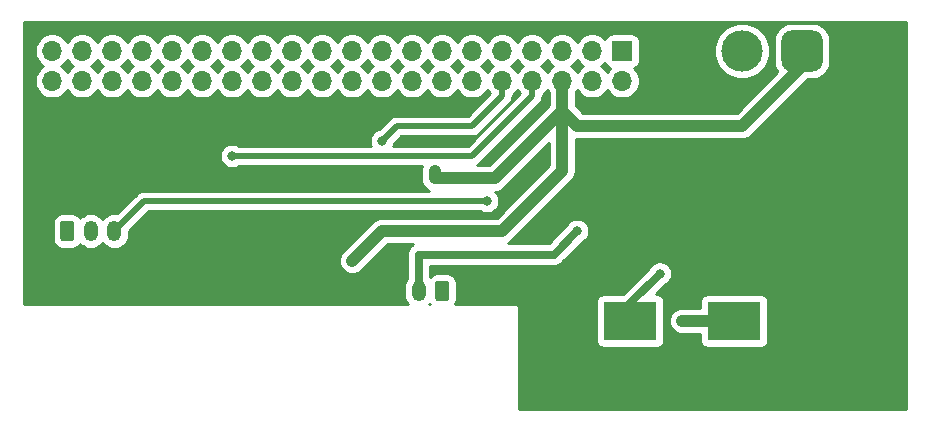
<source format=gbr>
%TF.GenerationSoftware,KiCad,Pcbnew,5.1.7*%
%TF.CreationDate,2020-11-04T07:04:29+03:00*%
%TF.ProjectId,rpi2_hls_lfcd2,72706932-5f68-46c7-935f-6c666364322e,rev?*%
%TF.SameCoordinates,Original*%
%TF.FileFunction,Copper,L2,Bot*%
%TF.FilePolarity,Positive*%
%FSLAX46Y46*%
G04 Gerber Fmt 4.6, Leading zero omitted, Abs format (unit mm)*
G04 Created by KiCad (PCBNEW 5.1.7) date 2020-11-04 07:04:29*
%MOMM*%
%LPD*%
G01*
G04 APERTURE LIST*
%TA.AperFunction,ComponentPad*%
%ADD10C,3.500000*%
%TD*%
%TA.AperFunction,ComponentPad*%
%ADD11O,1.200000X1.750000*%
%TD*%
%TA.AperFunction,SMDPad,CuDef*%
%ADD12R,4.500000X3.300000*%
%TD*%
%TA.AperFunction,ComponentPad*%
%ADD13O,1.700000X1.700000*%
%TD*%
%TA.AperFunction,ComponentPad*%
%ADD14R,1.700000X1.700000*%
%TD*%
%TA.AperFunction,ViaPad*%
%ADD15C,0.800000*%
%TD*%
%TA.AperFunction,Conductor*%
%ADD16C,1.000000*%
%TD*%
%TA.AperFunction,Conductor*%
%ADD17C,0.500000*%
%TD*%
%TA.AperFunction,Conductor*%
%ADD18C,0.700000*%
%TD*%
%TA.AperFunction,NonConductor*%
%ADD19C,0.254000*%
%TD*%
%TA.AperFunction,NonConductor*%
%ADD20C,0.100000*%
%TD*%
G04 APERTURE END LIST*
D10*
%TO.P,J4,2*%
%TO.N,+12V*%
X203200000Y-71120000D03*
%TO.P,J4,1*%
%TO.N,GND*%
%TA.AperFunction,ComponentPad*%
G36*
G01*
X210030000Y-70245000D02*
X210030000Y-71995000D01*
G75*
G02*
X209155000Y-72870000I-875000J0D01*
G01*
X207405000Y-72870000D01*
G75*
G02*
X206530000Y-71995000I0J875000D01*
G01*
X206530000Y-70245000D01*
G75*
G02*
X207405000Y-69370000I875000J0D01*
G01*
X209155000Y-69370000D01*
G75*
G02*
X210030000Y-70245000I0J-875000D01*
G01*
G37*
%TD.AperFunction*%
%TD*%
D11*
%TO.P,J3,2*%
%TO.N,+5VP*%
X175800000Y-91440000D03*
%TO.P,J3,1*%
%TO.N,Net-(D3-Pad2)*%
%TA.AperFunction,ComponentPad*%
G36*
G01*
X178400000Y-90814999D02*
X178400000Y-92065001D01*
G75*
G02*
X178150001Y-92315000I-249999J0D01*
G01*
X177449999Y-92315000D01*
G75*
G02*
X177200000Y-92065001I0J249999D01*
G01*
X177200000Y-90814999D01*
G75*
G02*
X177449999Y-90565000I249999J0D01*
G01*
X178150001Y-90565000D01*
G75*
G02*
X178400000Y-90814999I0J-249999D01*
G01*
G37*
%TD.AperFunction*%
%TD*%
%TO.P,J2,3*%
%TO.N,+5V*%
X150050000Y-86360000D03*
%TO.P,J2,2*%
%TO.N,GND*%
X148050000Y-86360000D03*
%TO.P,J2,1*%
%TO.N,Net-(J2-Pad1)*%
%TA.AperFunction,ComponentPad*%
G36*
G01*
X145450000Y-86985001D02*
X145450000Y-85734999D01*
G75*
G02*
X145699999Y-85485000I249999J0D01*
G01*
X146400001Y-85485000D01*
G75*
G02*
X146650000Y-85734999I0J-249999D01*
G01*
X146650000Y-86985001D01*
G75*
G02*
X146400001Y-87235000I-249999J0D01*
G01*
X145699999Y-87235000D01*
G75*
G02*
X145450000Y-86985001I0J249999D01*
G01*
G37*
%TD.AperFunction*%
%TD*%
D12*
%TO.P,D2,2*%
%TO.N,GND*%
X202520000Y-93980000D03*
%TO.P,D2,1*%
%TO.N,Net-(D2-Pad1)*%
X193720000Y-93980000D03*
%TD*%
D13*
%TO.P,J1,40*%
%TO.N,Net-(J1-Pad40)*%
X144780000Y-73660000D03*
%TO.P,J1,39*%
%TO.N,Net-(J1-Pad39)*%
X144780000Y-71120000D03*
%TO.P,J1,38*%
%TO.N,Net-(J1-Pad38)*%
X147320000Y-73660000D03*
%TO.P,J1,37*%
%TO.N,Net-(J1-Pad37)*%
X147320000Y-71120000D03*
%TO.P,J1,36*%
%TO.N,Net-(J1-Pad36)*%
X149860000Y-73660000D03*
%TO.P,J1,35*%
%TO.N,Net-(J1-Pad35)*%
X149860000Y-71120000D03*
%TO.P,J1,34*%
%TO.N,Net-(J1-Pad34)*%
X152400000Y-73660000D03*
%TO.P,J1,33*%
%TO.N,Net-(J1-Pad33)*%
X152400000Y-71120000D03*
%TO.P,J1,32*%
%TO.N,Net-(J1-Pad32)*%
X154940000Y-73660000D03*
%TO.P,J1,31*%
%TO.N,Net-(J1-Pad31)*%
X154940000Y-71120000D03*
%TO.P,J1,30*%
%TO.N,Net-(J1-Pad30)*%
X157480000Y-73660000D03*
%TO.P,J1,29*%
%TO.N,Net-(J1-Pad29)*%
X157480000Y-71120000D03*
%TO.P,J1,28*%
%TO.N,Net-(J1-Pad28)*%
X160020000Y-73660000D03*
%TO.P,J1,27*%
%TO.N,Net-(J1-Pad27)*%
X160020000Y-71120000D03*
%TO.P,J1,26*%
%TO.N,Net-(J1-Pad26)*%
X162560000Y-73660000D03*
%TO.P,J1,25*%
%TO.N,Net-(J1-Pad25)*%
X162560000Y-71120000D03*
%TO.P,J1,24*%
%TO.N,Net-(J1-Pad24)*%
X165100000Y-73660000D03*
%TO.P,J1,23*%
%TO.N,Net-(J1-Pad23)*%
X165100000Y-71120000D03*
%TO.P,J1,22*%
%TO.N,Net-(J1-Pad22)*%
X167640000Y-73660000D03*
%TO.P,J1,21*%
%TO.N,Net-(J1-Pad21)*%
X167640000Y-71120000D03*
%TO.P,J1,20*%
%TO.N,GND*%
X170180000Y-73660000D03*
%TO.P,J1,19*%
%TO.N,Net-(J1-Pad19)*%
X170180000Y-71120000D03*
%TO.P,J1,18*%
%TO.N,Net-(J1-Pad18)*%
X172720000Y-73660000D03*
%TO.P,J1,17*%
%TO.N,Net-(J1-Pad17)*%
X172720000Y-71120000D03*
%TO.P,J1,16*%
%TO.N,Net-(J1-Pad16)*%
X175260000Y-73660000D03*
%TO.P,J1,15*%
%TO.N,Net-(J1-Pad15)*%
X175260000Y-71120000D03*
%TO.P,J1,14*%
%TO.N,GND*%
X177800000Y-73660000D03*
%TO.P,J1,13*%
%TO.N,Net-(J1-Pad13)*%
X177800000Y-71120000D03*
%TO.P,J1,12*%
%TO.N,lidar_pwm*%
X180340000Y-73660000D03*
%TO.P,J1,11*%
%TO.N,ir_sig*%
X180340000Y-71120000D03*
%TO.P,J1,10*%
%TO.N,lidar_tx*%
X182880000Y-73660000D03*
%TO.P,J1,9*%
%TO.N,Net-(J1-Pad9)*%
X182880000Y-71120000D03*
%TO.P,J1,8*%
%TO.N,lidar_rx*%
X185420000Y-73660000D03*
%TO.P,J1,7*%
%TO.N,Net-(J1-Pad7)*%
X185420000Y-71120000D03*
%TO.P,J1,6*%
%TO.N,GND*%
X187960000Y-73660000D03*
%TO.P,J1,5*%
%TO.N,Net-(J1-Pad5)*%
X187960000Y-71120000D03*
%TO.P,J1,4*%
%TO.N,+5V*%
X190500000Y-73660000D03*
%TO.P,J1,3*%
%TO.N,Net-(J1-Pad3)*%
X190500000Y-71120000D03*
%TO.P,J1,2*%
%TO.N,+5V*%
X193040000Y-73660000D03*
D14*
%TO.P,J1,1*%
%TO.N,Net-(J1-Pad1)*%
X193040000Y-71120000D03*
%TD*%
D15*
%TO.N,GND*%
X177165000Y-81280000D03*
X198120000Y-93980000D03*
X170180000Y-88900000D03*
%TO.N,+5VP*%
X189230000Y-86360000D03*
%TO.N,lidar_tx*%
X172720000Y-78740000D03*
%TO.N,lidar_rx*%
X160020000Y-80010000D03*
%TO.N,Net-(D2-Pad1)*%
X196240000Y-89970000D03*
%TO.N,+5V*%
X181610000Y-83820000D03*
%TD*%
D16*
%TO.N,GND*%
X187960000Y-76200000D02*
X187960000Y-73660000D01*
X187960000Y-76200000D02*
X189230000Y-77470000D01*
X189230000Y-77470000D02*
X203200000Y-77470000D01*
X208280000Y-72390000D02*
X203200000Y-77470000D01*
D17*
X208280000Y-71120000D02*
X208280000Y-72390000D01*
D16*
X177165000Y-81280000D02*
X177165000Y-81915000D01*
X177165000Y-81915000D02*
X182245000Y-81915000D01*
X182245000Y-81915000D02*
X187960000Y-76200000D01*
X202520000Y-93980000D02*
X198120000Y-93980000D01*
X170180000Y-88900000D02*
X172720000Y-86360000D01*
X172720000Y-86360000D02*
X182880000Y-86360000D01*
X187960000Y-81280000D02*
X187960000Y-76200000D01*
X182880000Y-86360000D02*
X187960000Y-81280000D01*
D18*
%TO.N,+5VP*%
X175800000Y-91440000D02*
X175800000Y-88360000D01*
X187230000Y-88360000D02*
X189230000Y-86360000D01*
X175800000Y-88360000D02*
X187230000Y-88360000D01*
D17*
%TO.N,lidar_tx*%
X180340000Y-77470000D02*
X173990000Y-77470000D01*
X182880000Y-74930000D02*
X180340000Y-77470000D01*
X182880000Y-73660000D02*
X182880000Y-74930000D01*
X173990000Y-77470000D02*
X172720000Y-78740000D01*
%TO.N,lidar_rx*%
X173990000Y-80010000D02*
X180340000Y-80010000D01*
X185420000Y-74930000D02*
X185420000Y-73660000D01*
X180340000Y-80010000D02*
X185420000Y-74930000D01*
X160020000Y-80010000D02*
X173990000Y-80010000D01*
D18*
%TO.N,Net-(D2-Pad1)*%
X193720000Y-92490000D02*
X196240000Y-89970000D01*
D17*
X193720000Y-93980000D02*
X193720000Y-92490000D01*
%TO.N,+5V*%
X152590000Y-83820000D02*
X150050000Y-86360000D01*
X181610000Y-83820000D02*
X152590000Y-83820000D01*
%TD*%
D19*
X217043000Y-101473000D02*
X184277000Y-101473000D01*
X184277000Y-92710000D01*
X184274560Y-92685224D01*
X184267333Y-92661399D01*
X184255597Y-92639443D01*
X184239803Y-92620197D01*
X184220557Y-92604403D01*
X184198601Y-92592667D01*
X184174776Y-92585440D01*
X184150000Y-92583000D01*
X178868206Y-92583000D01*
X178888405Y-92558387D01*
X178970472Y-92404851D01*
X178993177Y-92330000D01*
X190831928Y-92330000D01*
X190831928Y-95630000D01*
X190844188Y-95754482D01*
X190880498Y-95874180D01*
X190939463Y-95984494D01*
X191018815Y-96081185D01*
X191115506Y-96160537D01*
X191225820Y-96219502D01*
X191345518Y-96255812D01*
X191470000Y-96268072D01*
X195970000Y-96268072D01*
X196094482Y-96255812D01*
X196214180Y-96219502D01*
X196324494Y-96160537D01*
X196421185Y-96081185D01*
X196500537Y-95984494D01*
X196559502Y-95874180D01*
X196595812Y-95754482D01*
X196608072Y-95630000D01*
X196608072Y-93980000D01*
X196979509Y-93980000D01*
X197001423Y-94202499D01*
X197066324Y-94416447D01*
X197171716Y-94613623D01*
X197313551Y-94786449D01*
X197486377Y-94928284D01*
X197683553Y-95033676D01*
X197897501Y-95098577D01*
X198064248Y-95115000D01*
X199631928Y-95115000D01*
X199631928Y-95630000D01*
X199644188Y-95754482D01*
X199680498Y-95874180D01*
X199739463Y-95984494D01*
X199818815Y-96081185D01*
X199915506Y-96160537D01*
X200025820Y-96219502D01*
X200145518Y-96255812D01*
X200270000Y-96268072D01*
X204770000Y-96268072D01*
X204894482Y-96255812D01*
X205014180Y-96219502D01*
X205124494Y-96160537D01*
X205221185Y-96081185D01*
X205300537Y-95984494D01*
X205359502Y-95874180D01*
X205395812Y-95754482D01*
X205408072Y-95630000D01*
X205408072Y-92330000D01*
X205395812Y-92205518D01*
X205359502Y-92085820D01*
X205300537Y-91975506D01*
X205221185Y-91878815D01*
X205124494Y-91799463D01*
X205014180Y-91740498D01*
X204894482Y-91704188D01*
X204770000Y-91691928D01*
X200270000Y-91691928D01*
X200145518Y-91704188D01*
X200025820Y-91740498D01*
X199915506Y-91799463D01*
X199818815Y-91878815D01*
X199739463Y-91975506D01*
X199680498Y-92085820D01*
X199644188Y-92205518D01*
X199631928Y-92330000D01*
X199631928Y-92845000D01*
X198064248Y-92845000D01*
X197897501Y-92861423D01*
X197683553Y-92926324D01*
X197486377Y-93031716D01*
X197313551Y-93173551D01*
X197171716Y-93346377D01*
X197066324Y-93543553D01*
X197001423Y-93757501D01*
X196979509Y-93980000D01*
X196608072Y-93980000D01*
X196608072Y-92330000D01*
X196595812Y-92205518D01*
X196559502Y-92085820D01*
X196500537Y-91975506D01*
X196421185Y-91878815D01*
X196324494Y-91799463D01*
X196214180Y-91740498D01*
X196094482Y-91704188D01*
X195970000Y-91691928D01*
X195911072Y-91691928D01*
X196705569Y-90897431D01*
X196730256Y-90887205D01*
X196899774Y-90773937D01*
X197043937Y-90629774D01*
X197157205Y-90460256D01*
X197235226Y-90271898D01*
X197275000Y-90071939D01*
X197275000Y-89868061D01*
X197235226Y-89668102D01*
X197157205Y-89479744D01*
X197043937Y-89310226D01*
X196899774Y-89166063D01*
X196730256Y-89052795D01*
X196541898Y-88974774D01*
X196341939Y-88935000D01*
X196138061Y-88935000D01*
X195938102Y-88974774D01*
X195749744Y-89052795D01*
X195580226Y-89166063D01*
X195436063Y-89310226D01*
X195322795Y-89479744D01*
X195312569Y-89504431D01*
X193125072Y-91691928D01*
X191470000Y-91691928D01*
X191345518Y-91704188D01*
X191225820Y-91740498D01*
X191115506Y-91799463D01*
X191018815Y-91878815D01*
X190939463Y-91975506D01*
X190880498Y-92085820D01*
X190844188Y-92205518D01*
X190831928Y-92330000D01*
X178993177Y-92330000D01*
X179021008Y-92238255D01*
X179038072Y-92065001D01*
X179038072Y-90814999D01*
X179021008Y-90641745D01*
X178970472Y-90475149D01*
X178888405Y-90321613D01*
X178777962Y-90187038D01*
X178643387Y-90076595D01*
X178489851Y-89994528D01*
X178323255Y-89943992D01*
X178150001Y-89926928D01*
X177449999Y-89926928D01*
X177276745Y-89943992D01*
X177110149Y-89994528D01*
X176956613Y-90076595D01*
X176822038Y-90187038D01*
X176785000Y-90232169D01*
X176785000Y-89345000D01*
X187181620Y-89345000D01*
X187230000Y-89349765D01*
X187278380Y-89345000D01*
X187423094Y-89330747D01*
X187608767Y-89274424D01*
X187779884Y-89182960D01*
X187929870Y-89059870D01*
X187960716Y-89022284D01*
X189695569Y-87287431D01*
X189720256Y-87277205D01*
X189889774Y-87163937D01*
X190033937Y-87019774D01*
X190147205Y-86850256D01*
X190225226Y-86661898D01*
X190265000Y-86461939D01*
X190265000Y-86258061D01*
X190225226Y-86058102D01*
X190147205Y-85869744D01*
X190033937Y-85700226D01*
X189889774Y-85556063D01*
X189720256Y-85442795D01*
X189531898Y-85364774D01*
X189331939Y-85325000D01*
X189128061Y-85325000D01*
X188928102Y-85364774D01*
X188739744Y-85442795D01*
X188570226Y-85556063D01*
X188426063Y-85700226D01*
X188312795Y-85869744D01*
X188302569Y-85894431D01*
X186822000Y-87375000D01*
X183388805Y-87375000D01*
X183513623Y-87308284D01*
X183686449Y-87166449D01*
X183721996Y-87123135D01*
X188723141Y-82121991D01*
X188766449Y-82086449D01*
X188908284Y-81913623D01*
X189013676Y-81716447D01*
X189078577Y-81502499D01*
X189095000Y-81335752D01*
X189095000Y-81335751D01*
X189100491Y-81280000D01*
X189095000Y-81224248D01*
X189095000Y-78597195D01*
X189174248Y-78605000D01*
X189174255Y-78605000D01*
X189229999Y-78610490D01*
X189285743Y-78605000D01*
X203144249Y-78605000D01*
X203200000Y-78610491D01*
X203255751Y-78605000D01*
X203255752Y-78605000D01*
X203422499Y-78588577D01*
X203636447Y-78523676D01*
X203833623Y-78418284D01*
X204006449Y-78276449D01*
X204041996Y-78233135D01*
X208767060Y-73508072D01*
X209155000Y-73508072D01*
X209450186Y-73478999D01*
X209734028Y-73392896D01*
X209995618Y-73253073D01*
X210224903Y-73064903D01*
X210413073Y-72835618D01*
X210552896Y-72574028D01*
X210638999Y-72290186D01*
X210668072Y-71995000D01*
X210668072Y-70245000D01*
X210638999Y-69949814D01*
X210552896Y-69665972D01*
X210413073Y-69404382D01*
X210224903Y-69175097D01*
X209995618Y-68986927D01*
X209734028Y-68847104D01*
X209450186Y-68761001D01*
X209155000Y-68731928D01*
X207405000Y-68731928D01*
X207109814Y-68761001D01*
X206825972Y-68847104D01*
X206564382Y-68986927D01*
X206335097Y-69175097D01*
X206146927Y-69404382D01*
X206007104Y-69665972D01*
X205921001Y-69949814D01*
X205891928Y-70245000D01*
X205891928Y-71995000D01*
X205921001Y-72290186D01*
X206007104Y-72574028D01*
X206146927Y-72835618D01*
X206184035Y-72880834D01*
X202729869Y-76335000D01*
X189700132Y-76335000D01*
X189095000Y-75729869D01*
X189095000Y-74625107D01*
X189113475Y-74606632D01*
X189230000Y-74432240D01*
X189346525Y-74606632D01*
X189553368Y-74813475D01*
X189796589Y-74975990D01*
X190066842Y-75087932D01*
X190353740Y-75145000D01*
X190646260Y-75145000D01*
X190933158Y-75087932D01*
X191203411Y-74975990D01*
X191446632Y-74813475D01*
X191653475Y-74606632D01*
X191770000Y-74432240D01*
X191886525Y-74606632D01*
X192093368Y-74813475D01*
X192336589Y-74975990D01*
X192606842Y-75087932D01*
X192893740Y-75145000D01*
X193186260Y-75145000D01*
X193473158Y-75087932D01*
X193743411Y-74975990D01*
X193986632Y-74813475D01*
X194193475Y-74606632D01*
X194355990Y-74363411D01*
X194467932Y-74093158D01*
X194525000Y-73806260D01*
X194525000Y-73513740D01*
X194467932Y-73226842D01*
X194355990Y-72956589D01*
X194193475Y-72713368D01*
X194061620Y-72581513D01*
X194134180Y-72559502D01*
X194244494Y-72500537D01*
X194341185Y-72421185D01*
X194420537Y-72324494D01*
X194479502Y-72214180D01*
X194515812Y-72094482D01*
X194528072Y-71970000D01*
X194528072Y-70885098D01*
X200815000Y-70885098D01*
X200815000Y-71354902D01*
X200906654Y-71815679D01*
X201086440Y-72249721D01*
X201347450Y-72640349D01*
X201679651Y-72972550D01*
X202070279Y-73233560D01*
X202504321Y-73413346D01*
X202965098Y-73505000D01*
X203434902Y-73505000D01*
X203895679Y-73413346D01*
X204329721Y-73233560D01*
X204720349Y-72972550D01*
X205052550Y-72640349D01*
X205313560Y-72249721D01*
X205493346Y-71815679D01*
X205585000Y-71354902D01*
X205585000Y-70885098D01*
X205493346Y-70424321D01*
X205313560Y-69990279D01*
X205052550Y-69599651D01*
X204720349Y-69267450D01*
X204329721Y-69006440D01*
X203895679Y-68826654D01*
X203434902Y-68735000D01*
X202965098Y-68735000D01*
X202504321Y-68826654D01*
X202070279Y-69006440D01*
X201679651Y-69267450D01*
X201347450Y-69599651D01*
X201086440Y-69990279D01*
X200906654Y-70424321D01*
X200815000Y-70885098D01*
X194528072Y-70885098D01*
X194528072Y-70270000D01*
X194515812Y-70145518D01*
X194479502Y-70025820D01*
X194420537Y-69915506D01*
X194341185Y-69818815D01*
X194244494Y-69739463D01*
X194134180Y-69680498D01*
X194014482Y-69644188D01*
X193890000Y-69631928D01*
X192190000Y-69631928D01*
X192065518Y-69644188D01*
X191945820Y-69680498D01*
X191835506Y-69739463D01*
X191738815Y-69818815D01*
X191659463Y-69915506D01*
X191600498Y-70025820D01*
X191578487Y-70098380D01*
X191446632Y-69966525D01*
X191203411Y-69804010D01*
X190933158Y-69692068D01*
X190646260Y-69635000D01*
X190353740Y-69635000D01*
X190066842Y-69692068D01*
X189796589Y-69804010D01*
X189553368Y-69966525D01*
X189346525Y-70173368D01*
X189230000Y-70347760D01*
X189113475Y-70173368D01*
X188906632Y-69966525D01*
X188663411Y-69804010D01*
X188393158Y-69692068D01*
X188106260Y-69635000D01*
X187813740Y-69635000D01*
X187526842Y-69692068D01*
X187256589Y-69804010D01*
X187013368Y-69966525D01*
X186806525Y-70173368D01*
X186690000Y-70347760D01*
X186573475Y-70173368D01*
X186366632Y-69966525D01*
X186123411Y-69804010D01*
X185853158Y-69692068D01*
X185566260Y-69635000D01*
X185273740Y-69635000D01*
X184986842Y-69692068D01*
X184716589Y-69804010D01*
X184473368Y-69966525D01*
X184266525Y-70173368D01*
X184150000Y-70347760D01*
X184033475Y-70173368D01*
X183826632Y-69966525D01*
X183583411Y-69804010D01*
X183313158Y-69692068D01*
X183026260Y-69635000D01*
X182733740Y-69635000D01*
X182446842Y-69692068D01*
X182176589Y-69804010D01*
X181933368Y-69966525D01*
X181726525Y-70173368D01*
X181610000Y-70347760D01*
X181493475Y-70173368D01*
X181286632Y-69966525D01*
X181043411Y-69804010D01*
X180773158Y-69692068D01*
X180486260Y-69635000D01*
X180193740Y-69635000D01*
X179906842Y-69692068D01*
X179636589Y-69804010D01*
X179393368Y-69966525D01*
X179186525Y-70173368D01*
X179070000Y-70347760D01*
X178953475Y-70173368D01*
X178746632Y-69966525D01*
X178503411Y-69804010D01*
X178233158Y-69692068D01*
X177946260Y-69635000D01*
X177653740Y-69635000D01*
X177366842Y-69692068D01*
X177096589Y-69804010D01*
X176853368Y-69966525D01*
X176646525Y-70173368D01*
X176530000Y-70347760D01*
X176413475Y-70173368D01*
X176206632Y-69966525D01*
X175963411Y-69804010D01*
X175693158Y-69692068D01*
X175406260Y-69635000D01*
X175113740Y-69635000D01*
X174826842Y-69692068D01*
X174556589Y-69804010D01*
X174313368Y-69966525D01*
X174106525Y-70173368D01*
X173990000Y-70347760D01*
X173873475Y-70173368D01*
X173666632Y-69966525D01*
X173423411Y-69804010D01*
X173153158Y-69692068D01*
X172866260Y-69635000D01*
X172573740Y-69635000D01*
X172286842Y-69692068D01*
X172016589Y-69804010D01*
X171773368Y-69966525D01*
X171566525Y-70173368D01*
X171450000Y-70347760D01*
X171333475Y-70173368D01*
X171126632Y-69966525D01*
X170883411Y-69804010D01*
X170613158Y-69692068D01*
X170326260Y-69635000D01*
X170033740Y-69635000D01*
X169746842Y-69692068D01*
X169476589Y-69804010D01*
X169233368Y-69966525D01*
X169026525Y-70173368D01*
X168910000Y-70347760D01*
X168793475Y-70173368D01*
X168586632Y-69966525D01*
X168343411Y-69804010D01*
X168073158Y-69692068D01*
X167786260Y-69635000D01*
X167493740Y-69635000D01*
X167206842Y-69692068D01*
X166936589Y-69804010D01*
X166693368Y-69966525D01*
X166486525Y-70173368D01*
X166370000Y-70347760D01*
X166253475Y-70173368D01*
X166046632Y-69966525D01*
X165803411Y-69804010D01*
X165533158Y-69692068D01*
X165246260Y-69635000D01*
X164953740Y-69635000D01*
X164666842Y-69692068D01*
X164396589Y-69804010D01*
X164153368Y-69966525D01*
X163946525Y-70173368D01*
X163830000Y-70347760D01*
X163713475Y-70173368D01*
X163506632Y-69966525D01*
X163263411Y-69804010D01*
X162993158Y-69692068D01*
X162706260Y-69635000D01*
X162413740Y-69635000D01*
X162126842Y-69692068D01*
X161856589Y-69804010D01*
X161613368Y-69966525D01*
X161406525Y-70173368D01*
X161290000Y-70347760D01*
X161173475Y-70173368D01*
X160966632Y-69966525D01*
X160723411Y-69804010D01*
X160453158Y-69692068D01*
X160166260Y-69635000D01*
X159873740Y-69635000D01*
X159586842Y-69692068D01*
X159316589Y-69804010D01*
X159073368Y-69966525D01*
X158866525Y-70173368D01*
X158750000Y-70347760D01*
X158633475Y-70173368D01*
X158426632Y-69966525D01*
X158183411Y-69804010D01*
X157913158Y-69692068D01*
X157626260Y-69635000D01*
X157333740Y-69635000D01*
X157046842Y-69692068D01*
X156776589Y-69804010D01*
X156533368Y-69966525D01*
X156326525Y-70173368D01*
X156210000Y-70347760D01*
X156093475Y-70173368D01*
X155886632Y-69966525D01*
X155643411Y-69804010D01*
X155373158Y-69692068D01*
X155086260Y-69635000D01*
X154793740Y-69635000D01*
X154506842Y-69692068D01*
X154236589Y-69804010D01*
X153993368Y-69966525D01*
X153786525Y-70173368D01*
X153670000Y-70347760D01*
X153553475Y-70173368D01*
X153346632Y-69966525D01*
X153103411Y-69804010D01*
X152833158Y-69692068D01*
X152546260Y-69635000D01*
X152253740Y-69635000D01*
X151966842Y-69692068D01*
X151696589Y-69804010D01*
X151453368Y-69966525D01*
X151246525Y-70173368D01*
X151130000Y-70347760D01*
X151013475Y-70173368D01*
X150806632Y-69966525D01*
X150563411Y-69804010D01*
X150293158Y-69692068D01*
X150006260Y-69635000D01*
X149713740Y-69635000D01*
X149426842Y-69692068D01*
X149156589Y-69804010D01*
X148913368Y-69966525D01*
X148706525Y-70173368D01*
X148590000Y-70347760D01*
X148473475Y-70173368D01*
X148266632Y-69966525D01*
X148023411Y-69804010D01*
X147753158Y-69692068D01*
X147466260Y-69635000D01*
X147173740Y-69635000D01*
X146886842Y-69692068D01*
X146616589Y-69804010D01*
X146373368Y-69966525D01*
X146166525Y-70173368D01*
X146050000Y-70347760D01*
X145933475Y-70173368D01*
X145726632Y-69966525D01*
X145483411Y-69804010D01*
X145213158Y-69692068D01*
X144926260Y-69635000D01*
X144633740Y-69635000D01*
X144346842Y-69692068D01*
X144076589Y-69804010D01*
X143833368Y-69966525D01*
X143626525Y-70173368D01*
X143464010Y-70416589D01*
X143352068Y-70686842D01*
X143295000Y-70973740D01*
X143295000Y-71266260D01*
X143352068Y-71553158D01*
X143464010Y-71823411D01*
X143626525Y-72066632D01*
X143833368Y-72273475D01*
X144007760Y-72390000D01*
X143833368Y-72506525D01*
X143626525Y-72713368D01*
X143464010Y-72956589D01*
X143352068Y-73226842D01*
X143295000Y-73513740D01*
X143295000Y-73806260D01*
X143352068Y-74093158D01*
X143464010Y-74363411D01*
X143626525Y-74606632D01*
X143833368Y-74813475D01*
X144076589Y-74975990D01*
X144346842Y-75087932D01*
X144633740Y-75145000D01*
X144926260Y-75145000D01*
X145213158Y-75087932D01*
X145483411Y-74975990D01*
X145726632Y-74813475D01*
X145933475Y-74606632D01*
X146050000Y-74432240D01*
X146166525Y-74606632D01*
X146373368Y-74813475D01*
X146616589Y-74975990D01*
X146886842Y-75087932D01*
X147173740Y-75145000D01*
X147466260Y-75145000D01*
X147753158Y-75087932D01*
X148023411Y-74975990D01*
X148266632Y-74813475D01*
X148473475Y-74606632D01*
X148590000Y-74432240D01*
X148706525Y-74606632D01*
X148913368Y-74813475D01*
X149156589Y-74975990D01*
X149426842Y-75087932D01*
X149713740Y-75145000D01*
X150006260Y-75145000D01*
X150293158Y-75087932D01*
X150563411Y-74975990D01*
X150806632Y-74813475D01*
X151013475Y-74606632D01*
X151130000Y-74432240D01*
X151246525Y-74606632D01*
X151453368Y-74813475D01*
X151696589Y-74975990D01*
X151966842Y-75087932D01*
X152253740Y-75145000D01*
X152546260Y-75145000D01*
X152833158Y-75087932D01*
X153103411Y-74975990D01*
X153346632Y-74813475D01*
X153553475Y-74606632D01*
X153670000Y-74432240D01*
X153786525Y-74606632D01*
X153993368Y-74813475D01*
X154236589Y-74975990D01*
X154506842Y-75087932D01*
X154793740Y-75145000D01*
X155086260Y-75145000D01*
X155373158Y-75087932D01*
X155643411Y-74975990D01*
X155886632Y-74813475D01*
X156093475Y-74606632D01*
X156210000Y-74432240D01*
X156326525Y-74606632D01*
X156533368Y-74813475D01*
X156776589Y-74975990D01*
X157046842Y-75087932D01*
X157333740Y-75145000D01*
X157626260Y-75145000D01*
X157913158Y-75087932D01*
X158183411Y-74975990D01*
X158426632Y-74813475D01*
X158633475Y-74606632D01*
X158750000Y-74432240D01*
X158866525Y-74606632D01*
X159073368Y-74813475D01*
X159316589Y-74975990D01*
X159586842Y-75087932D01*
X159873740Y-75145000D01*
X160166260Y-75145000D01*
X160453158Y-75087932D01*
X160723411Y-74975990D01*
X160966632Y-74813475D01*
X161173475Y-74606632D01*
X161290000Y-74432240D01*
X161406525Y-74606632D01*
X161613368Y-74813475D01*
X161856589Y-74975990D01*
X162126842Y-75087932D01*
X162413740Y-75145000D01*
X162706260Y-75145000D01*
X162993158Y-75087932D01*
X163263411Y-74975990D01*
X163506632Y-74813475D01*
X163713475Y-74606632D01*
X163830000Y-74432240D01*
X163946525Y-74606632D01*
X164153368Y-74813475D01*
X164396589Y-74975990D01*
X164666842Y-75087932D01*
X164953740Y-75145000D01*
X165246260Y-75145000D01*
X165533158Y-75087932D01*
X165803411Y-74975990D01*
X166046632Y-74813475D01*
X166253475Y-74606632D01*
X166370000Y-74432240D01*
X166486525Y-74606632D01*
X166693368Y-74813475D01*
X166936589Y-74975990D01*
X167206842Y-75087932D01*
X167493740Y-75145000D01*
X167786260Y-75145000D01*
X168073158Y-75087932D01*
X168343411Y-74975990D01*
X168586632Y-74813475D01*
X168793475Y-74606632D01*
X168910000Y-74432240D01*
X169026525Y-74606632D01*
X169233368Y-74813475D01*
X169476589Y-74975990D01*
X169746842Y-75087932D01*
X170033740Y-75145000D01*
X170326260Y-75145000D01*
X170613158Y-75087932D01*
X170883411Y-74975990D01*
X171126632Y-74813475D01*
X171333475Y-74606632D01*
X171450000Y-74432240D01*
X171566525Y-74606632D01*
X171773368Y-74813475D01*
X172016589Y-74975990D01*
X172286842Y-75087932D01*
X172573740Y-75145000D01*
X172866260Y-75145000D01*
X173153158Y-75087932D01*
X173423411Y-74975990D01*
X173666632Y-74813475D01*
X173873475Y-74606632D01*
X173990000Y-74432240D01*
X174106525Y-74606632D01*
X174313368Y-74813475D01*
X174556589Y-74975990D01*
X174826842Y-75087932D01*
X175113740Y-75145000D01*
X175406260Y-75145000D01*
X175693158Y-75087932D01*
X175963411Y-74975990D01*
X176206632Y-74813475D01*
X176413475Y-74606632D01*
X176530000Y-74432240D01*
X176646525Y-74606632D01*
X176853368Y-74813475D01*
X177096589Y-74975990D01*
X177366842Y-75087932D01*
X177653740Y-75145000D01*
X177946260Y-75145000D01*
X178233158Y-75087932D01*
X178503411Y-74975990D01*
X178746632Y-74813475D01*
X178953475Y-74606632D01*
X179070000Y-74432240D01*
X179186525Y-74606632D01*
X179393368Y-74813475D01*
X179636589Y-74975990D01*
X179906842Y-75087932D01*
X180193740Y-75145000D01*
X180486260Y-75145000D01*
X180773158Y-75087932D01*
X181043411Y-74975990D01*
X181286632Y-74813475D01*
X181493475Y-74606632D01*
X181610000Y-74432240D01*
X181726525Y-74606632D01*
X181839157Y-74719264D01*
X179973422Y-76585000D01*
X174033465Y-76585000D01*
X173989999Y-76580719D01*
X173946533Y-76585000D01*
X173946523Y-76585000D01*
X173816510Y-76597805D01*
X173649687Y-76648411D01*
X173495941Y-76730589D01*
X173495939Y-76730590D01*
X173495940Y-76730590D01*
X173394953Y-76813468D01*
X173394951Y-76813470D01*
X173361183Y-76841183D01*
X173333470Y-76874951D01*
X172474957Y-77733465D01*
X172418102Y-77744774D01*
X172229744Y-77822795D01*
X172060226Y-77936063D01*
X171916063Y-78080226D01*
X171802795Y-78249744D01*
X171724774Y-78438102D01*
X171685000Y-78638061D01*
X171685000Y-78841939D01*
X171724774Y-79041898D01*
X171759196Y-79125000D01*
X160558454Y-79125000D01*
X160510256Y-79092795D01*
X160321898Y-79014774D01*
X160121939Y-78975000D01*
X159918061Y-78975000D01*
X159718102Y-79014774D01*
X159529744Y-79092795D01*
X159360226Y-79206063D01*
X159216063Y-79350226D01*
X159102795Y-79519744D01*
X159024774Y-79708102D01*
X158985000Y-79908061D01*
X158985000Y-80111939D01*
X159024774Y-80311898D01*
X159102795Y-80500256D01*
X159216063Y-80669774D01*
X159360226Y-80813937D01*
X159529744Y-80927205D01*
X159718102Y-81005226D01*
X159918061Y-81045000D01*
X160121939Y-81045000D01*
X160321898Y-81005226D01*
X160510256Y-80927205D01*
X160558454Y-80895000D01*
X176095718Y-80895000D01*
X176046423Y-81057502D01*
X176030000Y-81224249D01*
X176030000Y-81859248D01*
X176024509Y-81915000D01*
X176046423Y-82137499D01*
X176111324Y-82351447D01*
X176216716Y-82548623D01*
X176358551Y-82721449D01*
X176531377Y-82863284D01*
X176665549Y-82935000D01*
X152633465Y-82935000D01*
X152589999Y-82930719D01*
X152546533Y-82935000D01*
X152546523Y-82935000D01*
X152416510Y-82947805D01*
X152249687Y-82998411D01*
X152095941Y-83080589D01*
X152095939Y-83080590D01*
X152095940Y-83080590D01*
X151994953Y-83163468D01*
X151994951Y-83163470D01*
X151961183Y-83191183D01*
X151933470Y-83224951D01*
X150290691Y-84867731D01*
X150050000Y-84844025D01*
X149807898Y-84867870D01*
X149575099Y-84938489D01*
X149360551Y-85053167D01*
X149172498Y-85207498D01*
X149050000Y-85356763D01*
X148927502Y-85207498D01*
X148739448Y-85053167D01*
X148524900Y-84938489D01*
X148292101Y-84867870D01*
X148050000Y-84844025D01*
X147807898Y-84867870D01*
X147575099Y-84938489D01*
X147360551Y-85053167D01*
X147172498Y-85207498D01*
X147140809Y-85246111D01*
X147138405Y-85241613D01*
X147027962Y-85107038D01*
X146893387Y-84996595D01*
X146739851Y-84914528D01*
X146573255Y-84863992D01*
X146400001Y-84846928D01*
X145699999Y-84846928D01*
X145526745Y-84863992D01*
X145360149Y-84914528D01*
X145206613Y-84996595D01*
X145072038Y-85107038D01*
X144961595Y-85241613D01*
X144879528Y-85395149D01*
X144828992Y-85561745D01*
X144811928Y-85734999D01*
X144811928Y-86985001D01*
X144828992Y-87158255D01*
X144879528Y-87324851D01*
X144961595Y-87478387D01*
X145072038Y-87612962D01*
X145206613Y-87723405D01*
X145360149Y-87805472D01*
X145526745Y-87856008D01*
X145699999Y-87873072D01*
X146400001Y-87873072D01*
X146573255Y-87856008D01*
X146739851Y-87805472D01*
X146893387Y-87723405D01*
X147027962Y-87612962D01*
X147138405Y-87478387D01*
X147140810Y-87473888D01*
X147172499Y-87512502D01*
X147360552Y-87666833D01*
X147575100Y-87781511D01*
X147807899Y-87852130D01*
X148050000Y-87875975D01*
X148292102Y-87852130D01*
X148524901Y-87781511D01*
X148739449Y-87666833D01*
X148927502Y-87512502D01*
X149050001Y-87363237D01*
X149172499Y-87512502D01*
X149360552Y-87666833D01*
X149575100Y-87781511D01*
X149807899Y-87852130D01*
X150050000Y-87875975D01*
X150292102Y-87852130D01*
X150524901Y-87781511D01*
X150739449Y-87666833D01*
X150927502Y-87512502D01*
X151081833Y-87324449D01*
X151196511Y-87109900D01*
X151267130Y-86877101D01*
X151285000Y-86695664D01*
X151285000Y-86376578D01*
X152956579Y-84705000D01*
X181071546Y-84705000D01*
X181119744Y-84737205D01*
X181308102Y-84815226D01*
X181508061Y-84855000D01*
X181711939Y-84855000D01*
X181911898Y-84815226D01*
X182100256Y-84737205D01*
X182269774Y-84623937D01*
X182413937Y-84479774D01*
X182527205Y-84310256D01*
X182605226Y-84121898D01*
X182645000Y-83921939D01*
X182645000Y-83718061D01*
X182605226Y-83518102D01*
X182527205Y-83329744D01*
X182413937Y-83160226D01*
X182303446Y-83049735D01*
X182467499Y-83033577D01*
X182681447Y-82968676D01*
X182878623Y-82863284D01*
X183051449Y-82721449D01*
X183086996Y-82678135D01*
X186825000Y-78940132D01*
X186825000Y-80809868D01*
X182409869Y-85225000D01*
X172775741Y-85225000D01*
X172719999Y-85219510D01*
X172664257Y-85225000D01*
X172664248Y-85225000D01*
X172497501Y-85241423D01*
X172283553Y-85306324D01*
X172086377Y-85411716D01*
X171913551Y-85553551D01*
X171878011Y-85596857D01*
X169338012Y-88136857D01*
X169231717Y-88266378D01*
X169126324Y-88463554D01*
X169061423Y-88677502D01*
X169039509Y-88900000D01*
X169061423Y-89122498D01*
X169126324Y-89336446D01*
X169231717Y-89533622D01*
X169373552Y-89706448D01*
X169546378Y-89848283D01*
X169743554Y-89953676D01*
X169957502Y-90018577D01*
X170180000Y-90040491D01*
X170402498Y-90018577D01*
X170616446Y-89953676D01*
X170813622Y-89848283D01*
X170943143Y-89741988D01*
X173190132Y-87495000D01*
X175328767Y-87495000D01*
X175250116Y-87537040D01*
X175100130Y-87660130D01*
X174977040Y-87810116D01*
X174885576Y-87981233D01*
X174829253Y-88166906D01*
X174810235Y-88360000D01*
X174815001Y-88408390D01*
X174815000Y-90418486D01*
X174768168Y-90475551D01*
X174653489Y-90690099D01*
X174582870Y-90922898D01*
X174565000Y-91104335D01*
X174565000Y-91775664D01*
X174582870Y-91957101D01*
X174653489Y-92189900D01*
X174768167Y-92404448D01*
X174914700Y-92583000D01*
X142367000Y-92583000D01*
X142367000Y-68707000D01*
X217043000Y-68707000D01*
X217043000Y-101473000D01*
%TA.AperFunction,NonConductor*%
D20*
G36*
X217043000Y-101473000D02*
G01*
X184277000Y-101473000D01*
X184277000Y-92710000D01*
X184274560Y-92685224D01*
X184267333Y-92661399D01*
X184255597Y-92639443D01*
X184239803Y-92620197D01*
X184220557Y-92604403D01*
X184198601Y-92592667D01*
X184174776Y-92585440D01*
X184150000Y-92583000D01*
X178868206Y-92583000D01*
X178888405Y-92558387D01*
X178970472Y-92404851D01*
X178993177Y-92330000D01*
X190831928Y-92330000D01*
X190831928Y-95630000D01*
X190844188Y-95754482D01*
X190880498Y-95874180D01*
X190939463Y-95984494D01*
X191018815Y-96081185D01*
X191115506Y-96160537D01*
X191225820Y-96219502D01*
X191345518Y-96255812D01*
X191470000Y-96268072D01*
X195970000Y-96268072D01*
X196094482Y-96255812D01*
X196214180Y-96219502D01*
X196324494Y-96160537D01*
X196421185Y-96081185D01*
X196500537Y-95984494D01*
X196559502Y-95874180D01*
X196595812Y-95754482D01*
X196608072Y-95630000D01*
X196608072Y-93980000D01*
X196979509Y-93980000D01*
X197001423Y-94202499D01*
X197066324Y-94416447D01*
X197171716Y-94613623D01*
X197313551Y-94786449D01*
X197486377Y-94928284D01*
X197683553Y-95033676D01*
X197897501Y-95098577D01*
X198064248Y-95115000D01*
X199631928Y-95115000D01*
X199631928Y-95630000D01*
X199644188Y-95754482D01*
X199680498Y-95874180D01*
X199739463Y-95984494D01*
X199818815Y-96081185D01*
X199915506Y-96160537D01*
X200025820Y-96219502D01*
X200145518Y-96255812D01*
X200270000Y-96268072D01*
X204770000Y-96268072D01*
X204894482Y-96255812D01*
X205014180Y-96219502D01*
X205124494Y-96160537D01*
X205221185Y-96081185D01*
X205300537Y-95984494D01*
X205359502Y-95874180D01*
X205395812Y-95754482D01*
X205408072Y-95630000D01*
X205408072Y-92330000D01*
X205395812Y-92205518D01*
X205359502Y-92085820D01*
X205300537Y-91975506D01*
X205221185Y-91878815D01*
X205124494Y-91799463D01*
X205014180Y-91740498D01*
X204894482Y-91704188D01*
X204770000Y-91691928D01*
X200270000Y-91691928D01*
X200145518Y-91704188D01*
X200025820Y-91740498D01*
X199915506Y-91799463D01*
X199818815Y-91878815D01*
X199739463Y-91975506D01*
X199680498Y-92085820D01*
X199644188Y-92205518D01*
X199631928Y-92330000D01*
X199631928Y-92845000D01*
X198064248Y-92845000D01*
X197897501Y-92861423D01*
X197683553Y-92926324D01*
X197486377Y-93031716D01*
X197313551Y-93173551D01*
X197171716Y-93346377D01*
X197066324Y-93543553D01*
X197001423Y-93757501D01*
X196979509Y-93980000D01*
X196608072Y-93980000D01*
X196608072Y-92330000D01*
X196595812Y-92205518D01*
X196559502Y-92085820D01*
X196500537Y-91975506D01*
X196421185Y-91878815D01*
X196324494Y-91799463D01*
X196214180Y-91740498D01*
X196094482Y-91704188D01*
X195970000Y-91691928D01*
X195911072Y-91691928D01*
X196705569Y-90897431D01*
X196730256Y-90887205D01*
X196899774Y-90773937D01*
X197043937Y-90629774D01*
X197157205Y-90460256D01*
X197235226Y-90271898D01*
X197275000Y-90071939D01*
X197275000Y-89868061D01*
X197235226Y-89668102D01*
X197157205Y-89479744D01*
X197043937Y-89310226D01*
X196899774Y-89166063D01*
X196730256Y-89052795D01*
X196541898Y-88974774D01*
X196341939Y-88935000D01*
X196138061Y-88935000D01*
X195938102Y-88974774D01*
X195749744Y-89052795D01*
X195580226Y-89166063D01*
X195436063Y-89310226D01*
X195322795Y-89479744D01*
X195312569Y-89504431D01*
X193125072Y-91691928D01*
X191470000Y-91691928D01*
X191345518Y-91704188D01*
X191225820Y-91740498D01*
X191115506Y-91799463D01*
X191018815Y-91878815D01*
X190939463Y-91975506D01*
X190880498Y-92085820D01*
X190844188Y-92205518D01*
X190831928Y-92330000D01*
X178993177Y-92330000D01*
X179021008Y-92238255D01*
X179038072Y-92065001D01*
X179038072Y-90814999D01*
X179021008Y-90641745D01*
X178970472Y-90475149D01*
X178888405Y-90321613D01*
X178777962Y-90187038D01*
X178643387Y-90076595D01*
X178489851Y-89994528D01*
X178323255Y-89943992D01*
X178150001Y-89926928D01*
X177449999Y-89926928D01*
X177276745Y-89943992D01*
X177110149Y-89994528D01*
X176956613Y-90076595D01*
X176822038Y-90187038D01*
X176785000Y-90232169D01*
X176785000Y-89345000D01*
X187181620Y-89345000D01*
X187230000Y-89349765D01*
X187278380Y-89345000D01*
X187423094Y-89330747D01*
X187608767Y-89274424D01*
X187779884Y-89182960D01*
X187929870Y-89059870D01*
X187960716Y-89022284D01*
X189695569Y-87287431D01*
X189720256Y-87277205D01*
X189889774Y-87163937D01*
X190033937Y-87019774D01*
X190147205Y-86850256D01*
X190225226Y-86661898D01*
X190265000Y-86461939D01*
X190265000Y-86258061D01*
X190225226Y-86058102D01*
X190147205Y-85869744D01*
X190033937Y-85700226D01*
X189889774Y-85556063D01*
X189720256Y-85442795D01*
X189531898Y-85364774D01*
X189331939Y-85325000D01*
X189128061Y-85325000D01*
X188928102Y-85364774D01*
X188739744Y-85442795D01*
X188570226Y-85556063D01*
X188426063Y-85700226D01*
X188312795Y-85869744D01*
X188302569Y-85894431D01*
X186822000Y-87375000D01*
X183388805Y-87375000D01*
X183513623Y-87308284D01*
X183686449Y-87166449D01*
X183721996Y-87123135D01*
X188723141Y-82121991D01*
X188766449Y-82086449D01*
X188908284Y-81913623D01*
X189013676Y-81716447D01*
X189078577Y-81502499D01*
X189095000Y-81335752D01*
X189095000Y-81335751D01*
X189100491Y-81280000D01*
X189095000Y-81224248D01*
X189095000Y-78597195D01*
X189174248Y-78605000D01*
X189174255Y-78605000D01*
X189229999Y-78610490D01*
X189285743Y-78605000D01*
X203144249Y-78605000D01*
X203200000Y-78610491D01*
X203255751Y-78605000D01*
X203255752Y-78605000D01*
X203422499Y-78588577D01*
X203636447Y-78523676D01*
X203833623Y-78418284D01*
X204006449Y-78276449D01*
X204041996Y-78233135D01*
X208767060Y-73508072D01*
X209155000Y-73508072D01*
X209450186Y-73478999D01*
X209734028Y-73392896D01*
X209995618Y-73253073D01*
X210224903Y-73064903D01*
X210413073Y-72835618D01*
X210552896Y-72574028D01*
X210638999Y-72290186D01*
X210668072Y-71995000D01*
X210668072Y-70245000D01*
X210638999Y-69949814D01*
X210552896Y-69665972D01*
X210413073Y-69404382D01*
X210224903Y-69175097D01*
X209995618Y-68986927D01*
X209734028Y-68847104D01*
X209450186Y-68761001D01*
X209155000Y-68731928D01*
X207405000Y-68731928D01*
X207109814Y-68761001D01*
X206825972Y-68847104D01*
X206564382Y-68986927D01*
X206335097Y-69175097D01*
X206146927Y-69404382D01*
X206007104Y-69665972D01*
X205921001Y-69949814D01*
X205891928Y-70245000D01*
X205891928Y-71995000D01*
X205921001Y-72290186D01*
X206007104Y-72574028D01*
X206146927Y-72835618D01*
X206184035Y-72880834D01*
X202729869Y-76335000D01*
X189700132Y-76335000D01*
X189095000Y-75729869D01*
X189095000Y-74625107D01*
X189113475Y-74606632D01*
X189230000Y-74432240D01*
X189346525Y-74606632D01*
X189553368Y-74813475D01*
X189796589Y-74975990D01*
X190066842Y-75087932D01*
X190353740Y-75145000D01*
X190646260Y-75145000D01*
X190933158Y-75087932D01*
X191203411Y-74975990D01*
X191446632Y-74813475D01*
X191653475Y-74606632D01*
X191770000Y-74432240D01*
X191886525Y-74606632D01*
X192093368Y-74813475D01*
X192336589Y-74975990D01*
X192606842Y-75087932D01*
X192893740Y-75145000D01*
X193186260Y-75145000D01*
X193473158Y-75087932D01*
X193743411Y-74975990D01*
X193986632Y-74813475D01*
X194193475Y-74606632D01*
X194355990Y-74363411D01*
X194467932Y-74093158D01*
X194525000Y-73806260D01*
X194525000Y-73513740D01*
X194467932Y-73226842D01*
X194355990Y-72956589D01*
X194193475Y-72713368D01*
X194061620Y-72581513D01*
X194134180Y-72559502D01*
X194244494Y-72500537D01*
X194341185Y-72421185D01*
X194420537Y-72324494D01*
X194479502Y-72214180D01*
X194515812Y-72094482D01*
X194528072Y-71970000D01*
X194528072Y-70885098D01*
X200815000Y-70885098D01*
X200815000Y-71354902D01*
X200906654Y-71815679D01*
X201086440Y-72249721D01*
X201347450Y-72640349D01*
X201679651Y-72972550D01*
X202070279Y-73233560D01*
X202504321Y-73413346D01*
X202965098Y-73505000D01*
X203434902Y-73505000D01*
X203895679Y-73413346D01*
X204329721Y-73233560D01*
X204720349Y-72972550D01*
X205052550Y-72640349D01*
X205313560Y-72249721D01*
X205493346Y-71815679D01*
X205585000Y-71354902D01*
X205585000Y-70885098D01*
X205493346Y-70424321D01*
X205313560Y-69990279D01*
X205052550Y-69599651D01*
X204720349Y-69267450D01*
X204329721Y-69006440D01*
X203895679Y-68826654D01*
X203434902Y-68735000D01*
X202965098Y-68735000D01*
X202504321Y-68826654D01*
X202070279Y-69006440D01*
X201679651Y-69267450D01*
X201347450Y-69599651D01*
X201086440Y-69990279D01*
X200906654Y-70424321D01*
X200815000Y-70885098D01*
X194528072Y-70885098D01*
X194528072Y-70270000D01*
X194515812Y-70145518D01*
X194479502Y-70025820D01*
X194420537Y-69915506D01*
X194341185Y-69818815D01*
X194244494Y-69739463D01*
X194134180Y-69680498D01*
X194014482Y-69644188D01*
X193890000Y-69631928D01*
X192190000Y-69631928D01*
X192065518Y-69644188D01*
X191945820Y-69680498D01*
X191835506Y-69739463D01*
X191738815Y-69818815D01*
X191659463Y-69915506D01*
X191600498Y-70025820D01*
X191578487Y-70098380D01*
X191446632Y-69966525D01*
X191203411Y-69804010D01*
X190933158Y-69692068D01*
X190646260Y-69635000D01*
X190353740Y-69635000D01*
X190066842Y-69692068D01*
X189796589Y-69804010D01*
X189553368Y-69966525D01*
X189346525Y-70173368D01*
X189230000Y-70347760D01*
X189113475Y-70173368D01*
X188906632Y-69966525D01*
X188663411Y-69804010D01*
X188393158Y-69692068D01*
X188106260Y-69635000D01*
X187813740Y-69635000D01*
X187526842Y-69692068D01*
X187256589Y-69804010D01*
X187013368Y-69966525D01*
X186806525Y-70173368D01*
X186690000Y-70347760D01*
X186573475Y-70173368D01*
X186366632Y-69966525D01*
X186123411Y-69804010D01*
X185853158Y-69692068D01*
X185566260Y-69635000D01*
X185273740Y-69635000D01*
X184986842Y-69692068D01*
X184716589Y-69804010D01*
X184473368Y-69966525D01*
X184266525Y-70173368D01*
X184150000Y-70347760D01*
X184033475Y-70173368D01*
X183826632Y-69966525D01*
X183583411Y-69804010D01*
X183313158Y-69692068D01*
X183026260Y-69635000D01*
X182733740Y-69635000D01*
X182446842Y-69692068D01*
X182176589Y-69804010D01*
X181933368Y-69966525D01*
X181726525Y-70173368D01*
X181610000Y-70347760D01*
X181493475Y-70173368D01*
X181286632Y-69966525D01*
X181043411Y-69804010D01*
X180773158Y-69692068D01*
X180486260Y-69635000D01*
X180193740Y-69635000D01*
X179906842Y-69692068D01*
X179636589Y-69804010D01*
X179393368Y-69966525D01*
X179186525Y-70173368D01*
X179070000Y-70347760D01*
X178953475Y-70173368D01*
X178746632Y-69966525D01*
X178503411Y-69804010D01*
X178233158Y-69692068D01*
X177946260Y-69635000D01*
X177653740Y-69635000D01*
X177366842Y-69692068D01*
X177096589Y-69804010D01*
X176853368Y-69966525D01*
X176646525Y-70173368D01*
X176530000Y-70347760D01*
X176413475Y-70173368D01*
X176206632Y-69966525D01*
X175963411Y-69804010D01*
X175693158Y-69692068D01*
X175406260Y-69635000D01*
X175113740Y-69635000D01*
X174826842Y-69692068D01*
X174556589Y-69804010D01*
X174313368Y-69966525D01*
X174106525Y-70173368D01*
X173990000Y-70347760D01*
X173873475Y-70173368D01*
X173666632Y-69966525D01*
X173423411Y-69804010D01*
X173153158Y-69692068D01*
X172866260Y-69635000D01*
X172573740Y-69635000D01*
X172286842Y-69692068D01*
X172016589Y-69804010D01*
X171773368Y-69966525D01*
X171566525Y-70173368D01*
X171450000Y-70347760D01*
X171333475Y-70173368D01*
X171126632Y-69966525D01*
X170883411Y-69804010D01*
X170613158Y-69692068D01*
X170326260Y-69635000D01*
X170033740Y-69635000D01*
X169746842Y-69692068D01*
X169476589Y-69804010D01*
X169233368Y-69966525D01*
X169026525Y-70173368D01*
X168910000Y-70347760D01*
X168793475Y-70173368D01*
X168586632Y-69966525D01*
X168343411Y-69804010D01*
X168073158Y-69692068D01*
X167786260Y-69635000D01*
X167493740Y-69635000D01*
X167206842Y-69692068D01*
X166936589Y-69804010D01*
X166693368Y-69966525D01*
X166486525Y-70173368D01*
X166370000Y-70347760D01*
X166253475Y-70173368D01*
X166046632Y-69966525D01*
X165803411Y-69804010D01*
X165533158Y-69692068D01*
X165246260Y-69635000D01*
X164953740Y-69635000D01*
X164666842Y-69692068D01*
X164396589Y-69804010D01*
X164153368Y-69966525D01*
X163946525Y-70173368D01*
X163830000Y-70347760D01*
X163713475Y-70173368D01*
X163506632Y-69966525D01*
X163263411Y-69804010D01*
X162993158Y-69692068D01*
X162706260Y-69635000D01*
X162413740Y-69635000D01*
X162126842Y-69692068D01*
X161856589Y-69804010D01*
X161613368Y-69966525D01*
X161406525Y-70173368D01*
X161290000Y-70347760D01*
X161173475Y-70173368D01*
X160966632Y-69966525D01*
X160723411Y-69804010D01*
X160453158Y-69692068D01*
X160166260Y-69635000D01*
X159873740Y-69635000D01*
X159586842Y-69692068D01*
X159316589Y-69804010D01*
X159073368Y-69966525D01*
X158866525Y-70173368D01*
X158750000Y-70347760D01*
X158633475Y-70173368D01*
X158426632Y-69966525D01*
X158183411Y-69804010D01*
X157913158Y-69692068D01*
X157626260Y-69635000D01*
X157333740Y-69635000D01*
X157046842Y-69692068D01*
X156776589Y-69804010D01*
X156533368Y-69966525D01*
X156326525Y-70173368D01*
X156210000Y-70347760D01*
X156093475Y-70173368D01*
X155886632Y-69966525D01*
X155643411Y-69804010D01*
X155373158Y-69692068D01*
X155086260Y-69635000D01*
X154793740Y-69635000D01*
X154506842Y-69692068D01*
X154236589Y-69804010D01*
X153993368Y-69966525D01*
X153786525Y-70173368D01*
X153670000Y-70347760D01*
X153553475Y-70173368D01*
X153346632Y-69966525D01*
X153103411Y-69804010D01*
X152833158Y-69692068D01*
X152546260Y-69635000D01*
X152253740Y-69635000D01*
X151966842Y-69692068D01*
X151696589Y-69804010D01*
X151453368Y-69966525D01*
X151246525Y-70173368D01*
X151130000Y-70347760D01*
X151013475Y-70173368D01*
X150806632Y-69966525D01*
X150563411Y-69804010D01*
X150293158Y-69692068D01*
X150006260Y-69635000D01*
X149713740Y-69635000D01*
X149426842Y-69692068D01*
X149156589Y-69804010D01*
X148913368Y-69966525D01*
X148706525Y-70173368D01*
X148590000Y-70347760D01*
X148473475Y-70173368D01*
X148266632Y-69966525D01*
X148023411Y-69804010D01*
X147753158Y-69692068D01*
X147466260Y-69635000D01*
X147173740Y-69635000D01*
X146886842Y-69692068D01*
X146616589Y-69804010D01*
X146373368Y-69966525D01*
X146166525Y-70173368D01*
X146050000Y-70347760D01*
X145933475Y-70173368D01*
X145726632Y-69966525D01*
X145483411Y-69804010D01*
X145213158Y-69692068D01*
X144926260Y-69635000D01*
X144633740Y-69635000D01*
X144346842Y-69692068D01*
X144076589Y-69804010D01*
X143833368Y-69966525D01*
X143626525Y-70173368D01*
X143464010Y-70416589D01*
X143352068Y-70686842D01*
X143295000Y-70973740D01*
X143295000Y-71266260D01*
X143352068Y-71553158D01*
X143464010Y-71823411D01*
X143626525Y-72066632D01*
X143833368Y-72273475D01*
X144007760Y-72390000D01*
X143833368Y-72506525D01*
X143626525Y-72713368D01*
X143464010Y-72956589D01*
X143352068Y-73226842D01*
X143295000Y-73513740D01*
X143295000Y-73806260D01*
X143352068Y-74093158D01*
X143464010Y-74363411D01*
X143626525Y-74606632D01*
X143833368Y-74813475D01*
X144076589Y-74975990D01*
X144346842Y-75087932D01*
X144633740Y-75145000D01*
X144926260Y-75145000D01*
X145213158Y-75087932D01*
X145483411Y-74975990D01*
X145726632Y-74813475D01*
X145933475Y-74606632D01*
X146050000Y-74432240D01*
X146166525Y-74606632D01*
X146373368Y-74813475D01*
X146616589Y-74975990D01*
X146886842Y-75087932D01*
X147173740Y-75145000D01*
X147466260Y-75145000D01*
X147753158Y-75087932D01*
X148023411Y-74975990D01*
X148266632Y-74813475D01*
X148473475Y-74606632D01*
X148590000Y-74432240D01*
X148706525Y-74606632D01*
X148913368Y-74813475D01*
X149156589Y-74975990D01*
X149426842Y-75087932D01*
X149713740Y-75145000D01*
X150006260Y-75145000D01*
X150293158Y-75087932D01*
X150563411Y-74975990D01*
X150806632Y-74813475D01*
X151013475Y-74606632D01*
X151130000Y-74432240D01*
X151246525Y-74606632D01*
X151453368Y-74813475D01*
X151696589Y-74975990D01*
X151966842Y-75087932D01*
X152253740Y-75145000D01*
X152546260Y-75145000D01*
X152833158Y-75087932D01*
X153103411Y-74975990D01*
X153346632Y-74813475D01*
X153553475Y-74606632D01*
X153670000Y-74432240D01*
X153786525Y-74606632D01*
X153993368Y-74813475D01*
X154236589Y-74975990D01*
X154506842Y-75087932D01*
X154793740Y-75145000D01*
X155086260Y-75145000D01*
X155373158Y-75087932D01*
X155643411Y-74975990D01*
X155886632Y-74813475D01*
X156093475Y-74606632D01*
X156210000Y-74432240D01*
X156326525Y-74606632D01*
X156533368Y-74813475D01*
X156776589Y-74975990D01*
X157046842Y-75087932D01*
X157333740Y-75145000D01*
X157626260Y-75145000D01*
X157913158Y-75087932D01*
X158183411Y-74975990D01*
X158426632Y-74813475D01*
X158633475Y-74606632D01*
X158750000Y-74432240D01*
X158866525Y-74606632D01*
X159073368Y-74813475D01*
X159316589Y-74975990D01*
X159586842Y-75087932D01*
X159873740Y-75145000D01*
X160166260Y-75145000D01*
X160453158Y-75087932D01*
X160723411Y-74975990D01*
X160966632Y-74813475D01*
X161173475Y-74606632D01*
X161290000Y-74432240D01*
X161406525Y-74606632D01*
X161613368Y-74813475D01*
X161856589Y-74975990D01*
X162126842Y-75087932D01*
X162413740Y-75145000D01*
X162706260Y-75145000D01*
X162993158Y-75087932D01*
X163263411Y-74975990D01*
X163506632Y-74813475D01*
X163713475Y-74606632D01*
X163830000Y-74432240D01*
X163946525Y-74606632D01*
X164153368Y-74813475D01*
X164396589Y-74975990D01*
X164666842Y-75087932D01*
X164953740Y-75145000D01*
X165246260Y-75145000D01*
X165533158Y-75087932D01*
X165803411Y-74975990D01*
X166046632Y-74813475D01*
X166253475Y-74606632D01*
X166370000Y-74432240D01*
X166486525Y-74606632D01*
X166693368Y-74813475D01*
X166936589Y-74975990D01*
X167206842Y-75087932D01*
X167493740Y-75145000D01*
X167786260Y-75145000D01*
X168073158Y-75087932D01*
X168343411Y-74975990D01*
X168586632Y-74813475D01*
X168793475Y-74606632D01*
X168910000Y-74432240D01*
X169026525Y-74606632D01*
X169233368Y-74813475D01*
X169476589Y-74975990D01*
X169746842Y-75087932D01*
X170033740Y-75145000D01*
X170326260Y-75145000D01*
X170613158Y-75087932D01*
X170883411Y-74975990D01*
X171126632Y-74813475D01*
X171333475Y-74606632D01*
X171450000Y-74432240D01*
X171566525Y-74606632D01*
X171773368Y-74813475D01*
X172016589Y-74975990D01*
X172286842Y-75087932D01*
X172573740Y-75145000D01*
X172866260Y-75145000D01*
X173153158Y-75087932D01*
X173423411Y-74975990D01*
X173666632Y-74813475D01*
X173873475Y-74606632D01*
X173990000Y-74432240D01*
X174106525Y-74606632D01*
X174313368Y-74813475D01*
X174556589Y-74975990D01*
X174826842Y-75087932D01*
X175113740Y-75145000D01*
X175406260Y-75145000D01*
X175693158Y-75087932D01*
X175963411Y-74975990D01*
X176206632Y-74813475D01*
X176413475Y-74606632D01*
X176530000Y-74432240D01*
X176646525Y-74606632D01*
X176853368Y-74813475D01*
X177096589Y-74975990D01*
X177366842Y-75087932D01*
X177653740Y-75145000D01*
X177946260Y-75145000D01*
X178233158Y-75087932D01*
X178503411Y-74975990D01*
X178746632Y-74813475D01*
X178953475Y-74606632D01*
X179070000Y-74432240D01*
X179186525Y-74606632D01*
X179393368Y-74813475D01*
X179636589Y-74975990D01*
X179906842Y-75087932D01*
X180193740Y-75145000D01*
X180486260Y-75145000D01*
X180773158Y-75087932D01*
X181043411Y-74975990D01*
X181286632Y-74813475D01*
X181493475Y-74606632D01*
X181610000Y-74432240D01*
X181726525Y-74606632D01*
X181839157Y-74719264D01*
X179973422Y-76585000D01*
X174033465Y-76585000D01*
X173989999Y-76580719D01*
X173946533Y-76585000D01*
X173946523Y-76585000D01*
X173816510Y-76597805D01*
X173649687Y-76648411D01*
X173495941Y-76730589D01*
X173495939Y-76730590D01*
X173495940Y-76730590D01*
X173394953Y-76813468D01*
X173394951Y-76813470D01*
X173361183Y-76841183D01*
X173333470Y-76874951D01*
X172474957Y-77733465D01*
X172418102Y-77744774D01*
X172229744Y-77822795D01*
X172060226Y-77936063D01*
X171916063Y-78080226D01*
X171802795Y-78249744D01*
X171724774Y-78438102D01*
X171685000Y-78638061D01*
X171685000Y-78841939D01*
X171724774Y-79041898D01*
X171759196Y-79125000D01*
X160558454Y-79125000D01*
X160510256Y-79092795D01*
X160321898Y-79014774D01*
X160121939Y-78975000D01*
X159918061Y-78975000D01*
X159718102Y-79014774D01*
X159529744Y-79092795D01*
X159360226Y-79206063D01*
X159216063Y-79350226D01*
X159102795Y-79519744D01*
X159024774Y-79708102D01*
X158985000Y-79908061D01*
X158985000Y-80111939D01*
X159024774Y-80311898D01*
X159102795Y-80500256D01*
X159216063Y-80669774D01*
X159360226Y-80813937D01*
X159529744Y-80927205D01*
X159718102Y-81005226D01*
X159918061Y-81045000D01*
X160121939Y-81045000D01*
X160321898Y-81005226D01*
X160510256Y-80927205D01*
X160558454Y-80895000D01*
X176095718Y-80895000D01*
X176046423Y-81057502D01*
X176030000Y-81224249D01*
X176030000Y-81859248D01*
X176024509Y-81915000D01*
X176046423Y-82137499D01*
X176111324Y-82351447D01*
X176216716Y-82548623D01*
X176358551Y-82721449D01*
X176531377Y-82863284D01*
X176665549Y-82935000D01*
X152633465Y-82935000D01*
X152589999Y-82930719D01*
X152546533Y-82935000D01*
X152546523Y-82935000D01*
X152416510Y-82947805D01*
X152249687Y-82998411D01*
X152095941Y-83080589D01*
X152095939Y-83080590D01*
X152095940Y-83080590D01*
X151994953Y-83163468D01*
X151994951Y-83163470D01*
X151961183Y-83191183D01*
X151933470Y-83224951D01*
X150290691Y-84867731D01*
X150050000Y-84844025D01*
X149807898Y-84867870D01*
X149575099Y-84938489D01*
X149360551Y-85053167D01*
X149172498Y-85207498D01*
X149050000Y-85356763D01*
X148927502Y-85207498D01*
X148739448Y-85053167D01*
X148524900Y-84938489D01*
X148292101Y-84867870D01*
X148050000Y-84844025D01*
X147807898Y-84867870D01*
X147575099Y-84938489D01*
X147360551Y-85053167D01*
X147172498Y-85207498D01*
X147140809Y-85246111D01*
X147138405Y-85241613D01*
X147027962Y-85107038D01*
X146893387Y-84996595D01*
X146739851Y-84914528D01*
X146573255Y-84863992D01*
X146400001Y-84846928D01*
X145699999Y-84846928D01*
X145526745Y-84863992D01*
X145360149Y-84914528D01*
X145206613Y-84996595D01*
X145072038Y-85107038D01*
X144961595Y-85241613D01*
X144879528Y-85395149D01*
X144828992Y-85561745D01*
X144811928Y-85734999D01*
X144811928Y-86985001D01*
X144828992Y-87158255D01*
X144879528Y-87324851D01*
X144961595Y-87478387D01*
X145072038Y-87612962D01*
X145206613Y-87723405D01*
X145360149Y-87805472D01*
X145526745Y-87856008D01*
X145699999Y-87873072D01*
X146400001Y-87873072D01*
X146573255Y-87856008D01*
X146739851Y-87805472D01*
X146893387Y-87723405D01*
X147027962Y-87612962D01*
X147138405Y-87478387D01*
X147140810Y-87473888D01*
X147172499Y-87512502D01*
X147360552Y-87666833D01*
X147575100Y-87781511D01*
X147807899Y-87852130D01*
X148050000Y-87875975D01*
X148292102Y-87852130D01*
X148524901Y-87781511D01*
X148739449Y-87666833D01*
X148927502Y-87512502D01*
X149050001Y-87363237D01*
X149172499Y-87512502D01*
X149360552Y-87666833D01*
X149575100Y-87781511D01*
X149807899Y-87852130D01*
X150050000Y-87875975D01*
X150292102Y-87852130D01*
X150524901Y-87781511D01*
X150739449Y-87666833D01*
X150927502Y-87512502D01*
X151081833Y-87324449D01*
X151196511Y-87109900D01*
X151267130Y-86877101D01*
X151285000Y-86695664D01*
X151285000Y-86376578D01*
X152956579Y-84705000D01*
X181071546Y-84705000D01*
X181119744Y-84737205D01*
X181308102Y-84815226D01*
X181508061Y-84855000D01*
X181711939Y-84855000D01*
X181911898Y-84815226D01*
X182100256Y-84737205D01*
X182269774Y-84623937D01*
X182413937Y-84479774D01*
X182527205Y-84310256D01*
X182605226Y-84121898D01*
X182645000Y-83921939D01*
X182645000Y-83718061D01*
X182605226Y-83518102D01*
X182527205Y-83329744D01*
X182413937Y-83160226D01*
X182303446Y-83049735D01*
X182467499Y-83033577D01*
X182681447Y-82968676D01*
X182878623Y-82863284D01*
X183051449Y-82721449D01*
X183086996Y-82678135D01*
X186825000Y-78940132D01*
X186825000Y-80809868D01*
X182409869Y-85225000D01*
X172775741Y-85225000D01*
X172719999Y-85219510D01*
X172664257Y-85225000D01*
X172664248Y-85225000D01*
X172497501Y-85241423D01*
X172283553Y-85306324D01*
X172086377Y-85411716D01*
X171913551Y-85553551D01*
X171878011Y-85596857D01*
X169338012Y-88136857D01*
X169231717Y-88266378D01*
X169126324Y-88463554D01*
X169061423Y-88677502D01*
X169039509Y-88900000D01*
X169061423Y-89122498D01*
X169126324Y-89336446D01*
X169231717Y-89533622D01*
X169373552Y-89706448D01*
X169546378Y-89848283D01*
X169743554Y-89953676D01*
X169957502Y-90018577D01*
X170180000Y-90040491D01*
X170402498Y-90018577D01*
X170616446Y-89953676D01*
X170813622Y-89848283D01*
X170943143Y-89741988D01*
X173190132Y-87495000D01*
X175328767Y-87495000D01*
X175250116Y-87537040D01*
X175100130Y-87660130D01*
X174977040Y-87810116D01*
X174885576Y-87981233D01*
X174829253Y-88166906D01*
X174810235Y-88360000D01*
X174815001Y-88408390D01*
X174815000Y-90418486D01*
X174768168Y-90475551D01*
X174653489Y-90690099D01*
X174582870Y-90922898D01*
X174565000Y-91104335D01*
X174565000Y-91775664D01*
X174582870Y-91957101D01*
X174653489Y-92189900D01*
X174768167Y-92404448D01*
X174914700Y-92583000D01*
X142367000Y-92583000D01*
X142367000Y-68707000D01*
X217043000Y-68707000D01*
X217043000Y-101473000D01*
G37*
%TD.AperFunction*%
D19*
X176711595Y-92558387D02*
X176731794Y-92583000D01*
X176685300Y-92583000D01*
X176709191Y-92553889D01*
X176711595Y-92558387D01*
%TA.AperFunction,NonConductor*%
D20*
G36*
X176711595Y-92558387D02*
G01*
X176731794Y-92583000D01*
X176685300Y-92583000D01*
X176709191Y-92553889D01*
X176711595Y-92558387D01*
G37*
%TD.AperFunction*%
D19*
X186806525Y-74606632D02*
X186825001Y-74625108D01*
X186825000Y-75729867D01*
X181774869Y-80780000D01*
X180776830Y-80780000D01*
X180834059Y-80749411D01*
X180968817Y-80638817D01*
X180996534Y-80605044D01*
X186015051Y-75586528D01*
X186048817Y-75558817D01*
X186159411Y-75424059D01*
X186241589Y-75270313D01*
X186292195Y-75103490D01*
X186305000Y-74973477D01*
X186305000Y-74973469D01*
X186309281Y-74930000D01*
X186305000Y-74886531D01*
X186305000Y-74854656D01*
X186366632Y-74813475D01*
X186573475Y-74606632D01*
X186690000Y-74432240D01*
X186806525Y-74606632D01*
%TA.AperFunction,NonConductor*%
D20*
G36*
X186806525Y-74606632D02*
G01*
X186825001Y-74625108D01*
X186825000Y-75729867D01*
X181774869Y-80780000D01*
X180776830Y-80780000D01*
X180834059Y-80749411D01*
X180968817Y-80638817D01*
X180996534Y-80605044D01*
X186015051Y-75586528D01*
X186048817Y-75558817D01*
X186159411Y-75424059D01*
X186241589Y-75270313D01*
X186292195Y-75103490D01*
X186305000Y-74973477D01*
X186305000Y-74973469D01*
X186309281Y-74930000D01*
X186305000Y-74886531D01*
X186305000Y-74854656D01*
X186366632Y-74813475D01*
X186573475Y-74606632D01*
X186690000Y-74432240D01*
X186806525Y-74606632D01*
G37*
%TD.AperFunction*%
D19*
X184266525Y-74606632D02*
X184379157Y-74719264D01*
X179973422Y-79125000D01*
X173680804Y-79125000D01*
X173715226Y-79041898D01*
X173726535Y-78985043D01*
X174356579Y-78355000D01*
X180296531Y-78355000D01*
X180340000Y-78359281D01*
X180383469Y-78355000D01*
X180383477Y-78355000D01*
X180513490Y-78342195D01*
X180680313Y-78291589D01*
X180834059Y-78209411D01*
X180968817Y-78098817D01*
X180996534Y-78065044D01*
X183475049Y-75586530D01*
X183508817Y-75558817D01*
X183619411Y-75424059D01*
X183701589Y-75270313D01*
X183752195Y-75103490D01*
X183765000Y-74973477D01*
X183765000Y-74973467D01*
X183769281Y-74930001D01*
X183765000Y-74886535D01*
X183765000Y-74854656D01*
X183826632Y-74813475D01*
X184033475Y-74606632D01*
X184150000Y-74432240D01*
X184266525Y-74606632D01*
%TA.AperFunction,NonConductor*%
D20*
G36*
X184266525Y-74606632D02*
G01*
X184379157Y-74719264D01*
X179973422Y-79125000D01*
X173680804Y-79125000D01*
X173715226Y-79041898D01*
X173726535Y-78985043D01*
X174356579Y-78355000D01*
X180296531Y-78355000D01*
X180340000Y-78359281D01*
X180383469Y-78355000D01*
X180383477Y-78355000D01*
X180513490Y-78342195D01*
X180680313Y-78291589D01*
X180834059Y-78209411D01*
X180968817Y-78098817D01*
X180996534Y-78065044D01*
X183475049Y-75586530D01*
X183508817Y-75558817D01*
X183619411Y-75424059D01*
X183701589Y-75270313D01*
X183752195Y-75103490D01*
X183765000Y-74973477D01*
X183765000Y-74973467D01*
X183769281Y-74930001D01*
X183765000Y-74886535D01*
X183765000Y-74854656D01*
X183826632Y-74813475D01*
X184033475Y-74606632D01*
X184150000Y-74432240D01*
X184266525Y-74606632D01*
G37*
%TD.AperFunction*%
D19*
X186806525Y-72066632D02*
X187013368Y-72273475D01*
X187187760Y-72390000D01*
X187013368Y-72506525D01*
X186806525Y-72713368D01*
X186690000Y-72887760D01*
X186573475Y-72713368D01*
X186366632Y-72506525D01*
X186192240Y-72390000D01*
X186366632Y-72273475D01*
X186573475Y-72066632D01*
X186690000Y-71892240D01*
X186806525Y-72066632D01*
%TA.AperFunction,NonConductor*%
D20*
G36*
X186806525Y-72066632D02*
G01*
X187013368Y-72273475D01*
X187187760Y-72390000D01*
X187013368Y-72506525D01*
X186806525Y-72713368D01*
X186690000Y-72887760D01*
X186573475Y-72713368D01*
X186366632Y-72506525D01*
X186192240Y-72390000D01*
X186366632Y-72273475D01*
X186573475Y-72066632D01*
X186690000Y-71892240D01*
X186806525Y-72066632D01*
G37*
%TD.AperFunction*%
D19*
X184266525Y-72066632D02*
X184473368Y-72273475D01*
X184647760Y-72390000D01*
X184473368Y-72506525D01*
X184266525Y-72713368D01*
X184150000Y-72887760D01*
X184033475Y-72713368D01*
X183826632Y-72506525D01*
X183652240Y-72390000D01*
X183826632Y-72273475D01*
X184033475Y-72066632D01*
X184150000Y-71892240D01*
X184266525Y-72066632D01*
%TA.AperFunction,NonConductor*%
D20*
G36*
X184266525Y-72066632D02*
G01*
X184473368Y-72273475D01*
X184647760Y-72390000D01*
X184473368Y-72506525D01*
X184266525Y-72713368D01*
X184150000Y-72887760D01*
X184033475Y-72713368D01*
X183826632Y-72506525D01*
X183652240Y-72390000D01*
X183826632Y-72273475D01*
X184033475Y-72066632D01*
X184150000Y-71892240D01*
X184266525Y-72066632D01*
G37*
%TD.AperFunction*%
D19*
X161406525Y-72066632D02*
X161613368Y-72273475D01*
X161787760Y-72390000D01*
X161613368Y-72506525D01*
X161406525Y-72713368D01*
X161290000Y-72887760D01*
X161173475Y-72713368D01*
X160966632Y-72506525D01*
X160792240Y-72390000D01*
X160966632Y-72273475D01*
X161173475Y-72066632D01*
X161290000Y-71892240D01*
X161406525Y-72066632D01*
%TA.AperFunction,NonConductor*%
D20*
G36*
X161406525Y-72066632D02*
G01*
X161613368Y-72273475D01*
X161787760Y-72390000D01*
X161613368Y-72506525D01*
X161406525Y-72713368D01*
X161290000Y-72887760D01*
X161173475Y-72713368D01*
X160966632Y-72506525D01*
X160792240Y-72390000D01*
X160966632Y-72273475D01*
X161173475Y-72066632D01*
X161290000Y-71892240D01*
X161406525Y-72066632D01*
G37*
%TD.AperFunction*%
D19*
X158866525Y-72066632D02*
X159073368Y-72273475D01*
X159247760Y-72390000D01*
X159073368Y-72506525D01*
X158866525Y-72713368D01*
X158750000Y-72887760D01*
X158633475Y-72713368D01*
X158426632Y-72506525D01*
X158252240Y-72390000D01*
X158426632Y-72273475D01*
X158633475Y-72066632D01*
X158750000Y-71892240D01*
X158866525Y-72066632D01*
%TA.AperFunction,NonConductor*%
D20*
G36*
X158866525Y-72066632D02*
G01*
X159073368Y-72273475D01*
X159247760Y-72390000D01*
X159073368Y-72506525D01*
X158866525Y-72713368D01*
X158750000Y-72887760D01*
X158633475Y-72713368D01*
X158426632Y-72506525D01*
X158252240Y-72390000D01*
X158426632Y-72273475D01*
X158633475Y-72066632D01*
X158750000Y-71892240D01*
X158866525Y-72066632D01*
G37*
%TD.AperFunction*%
D19*
X163946525Y-72066632D02*
X164153368Y-72273475D01*
X164327760Y-72390000D01*
X164153368Y-72506525D01*
X163946525Y-72713368D01*
X163830000Y-72887760D01*
X163713475Y-72713368D01*
X163506632Y-72506525D01*
X163332240Y-72390000D01*
X163506632Y-72273475D01*
X163713475Y-72066632D01*
X163830000Y-71892240D01*
X163946525Y-72066632D01*
%TA.AperFunction,NonConductor*%
D20*
G36*
X163946525Y-72066632D02*
G01*
X164153368Y-72273475D01*
X164327760Y-72390000D01*
X164153368Y-72506525D01*
X163946525Y-72713368D01*
X163830000Y-72887760D01*
X163713475Y-72713368D01*
X163506632Y-72506525D01*
X163332240Y-72390000D01*
X163506632Y-72273475D01*
X163713475Y-72066632D01*
X163830000Y-71892240D01*
X163946525Y-72066632D01*
G37*
%TD.AperFunction*%
D19*
X166486525Y-72066632D02*
X166693368Y-72273475D01*
X166867760Y-72390000D01*
X166693368Y-72506525D01*
X166486525Y-72713368D01*
X166370000Y-72887760D01*
X166253475Y-72713368D01*
X166046632Y-72506525D01*
X165872240Y-72390000D01*
X166046632Y-72273475D01*
X166253475Y-72066632D01*
X166370000Y-71892240D01*
X166486525Y-72066632D01*
%TA.AperFunction,NonConductor*%
D20*
G36*
X166486525Y-72066632D02*
G01*
X166693368Y-72273475D01*
X166867760Y-72390000D01*
X166693368Y-72506525D01*
X166486525Y-72713368D01*
X166370000Y-72887760D01*
X166253475Y-72713368D01*
X166046632Y-72506525D01*
X165872240Y-72390000D01*
X166046632Y-72273475D01*
X166253475Y-72066632D01*
X166370000Y-71892240D01*
X166486525Y-72066632D01*
G37*
%TD.AperFunction*%
D19*
X146166525Y-72066632D02*
X146373368Y-72273475D01*
X146547760Y-72390000D01*
X146373368Y-72506525D01*
X146166525Y-72713368D01*
X146050000Y-72887760D01*
X145933475Y-72713368D01*
X145726632Y-72506525D01*
X145552240Y-72390000D01*
X145726632Y-72273475D01*
X145933475Y-72066632D01*
X146050000Y-71892240D01*
X146166525Y-72066632D01*
%TA.AperFunction,NonConductor*%
D20*
G36*
X146166525Y-72066632D02*
G01*
X146373368Y-72273475D01*
X146547760Y-72390000D01*
X146373368Y-72506525D01*
X146166525Y-72713368D01*
X146050000Y-72887760D01*
X145933475Y-72713368D01*
X145726632Y-72506525D01*
X145552240Y-72390000D01*
X145726632Y-72273475D01*
X145933475Y-72066632D01*
X146050000Y-71892240D01*
X146166525Y-72066632D01*
G37*
%TD.AperFunction*%
D19*
X174106525Y-72066632D02*
X174313368Y-72273475D01*
X174487760Y-72390000D01*
X174313368Y-72506525D01*
X174106525Y-72713368D01*
X173990000Y-72887760D01*
X173873475Y-72713368D01*
X173666632Y-72506525D01*
X173492240Y-72390000D01*
X173666632Y-72273475D01*
X173873475Y-72066632D01*
X173990000Y-71892240D01*
X174106525Y-72066632D01*
%TA.AperFunction,NonConductor*%
D20*
G36*
X174106525Y-72066632D02*
G01*
X174313368Y-72273475D01*
X174487760Y-72390000D01*
X174313368Y-72506525D01*
X174106525Y-72713368D01*
X173990000Y-72887760D01*
X173873475Y-72713368D01*
X173666632Y-72506525D01*
X173492240Y-72390000D01*
X173666632Y-72273475D01*
X173873475Y-72066632D01*
X173990000Y-71892240D01*
X174106525Y-72066632D01*
G37*
%TD.AperFunction*%
D19*
X176646525Y-72066632D02*
X176853368Y-72273475D01*
X177027760Y-72390000D01*
X176853368Y-72506525D01*
X176646525Y-72713368D01*
X176530000Y-72887760D01*
X176413475Y-72713368D01*
X176206632Y-72506525D01*
X176032240Y-72390000D01*
X176206632Y-72273475D01*
X176413475Y-72066632D01*
X176530000Y-71892240D01*
X176646525Y-72066632D01*
%TA.AperFunction,NonConductor*%
D20*
G36*
X176646525Y-72066632D02*
G01*
X176853368Y-72273475D01*
X177027760Y-72390000D01*
X176853368Y-72506525D01*
X176646525Y-72713368D01*
X176530000Y-72887760D01*
X176413475Y-72713368D01*
X176206632Y-72506525D01*
X176032240Y-72390000D01*
X176206632Y-72273475D01*
X176413475Y-72066632D01*
X176530000Y-71892240D01*
X176646525Y-72066632D01*
G37*
%TD.AperFunction*%
D19*
X179186525Y-72066632D02*
X179393368Y-72273475D01*
X179567760Y-72390000D01*
X179393368Y-72506525D01*
X179186525Y-72713368D01*
X179070000Y-72887760D01*
X178953475Y-72713368D01*
X178746632Y-72506525D01*
X178572240Y-72390000D01*
X178746632Y-72273475D01*
X178953475Y-72066632D01*
X179070000Y-71892240D01*
X179186525Y-72066632D01*
%TA.AperFunction,NonConductor*%
D20*
G36*
X179186525Y-72066632D02*
G01*
X179393368Y-72273475D01*
X179567760Y-72390000D01*
X179393368Y-72506525D01*
X179186525Y-72713368D01*
X179070000Y-72887760D01*
X178953475Y-72713368D01*
X178746632Y-72506525D01*
X178572240Y-72390000D01*
X178746632Y-72273475D01*
X178953475Y-72066632D01*
X179070000Y-71892240D01*
X179186525Y-72066632D01*
G37*
%TD.AperFunction*%
D19*
X181726525Y-72066632D02*
X181933368Y-72273475D01*
X182107760Y-72390000D01*
X181933368Y-72506525D01*
X181726525Y-72713368D01*
X181610000Y-72887760D01*
X181493475Y-72713368D01*
X181286632Y-72506525D01*
X181112240Y-72390000D01*
X181286632Y-72273475D01*
X181493475Y-72066632D01*
X181610000Y-71892240D01*
X181726525Y-72066632D01*
%TA.AperFunction,NonConductor*%
D20*
G36*
X181726525Y-72066632D02*
G01*
X181933368Y-72273475D01*
X182107760Y-72390000D01*
X181933368Y-72506525D01*
X181726525Y-72713368D01*
X181610000Y-72887760D01*
X181493475Y-72713368D01*
X181286632Y-72506525D01*
X181112240Y-72390000D01*
X181286632Y-72273475D01*
X181493475Y-72066632D01*
X181610000Y-71892240D01*
X181726525Y-72066632D01*
G37*
%TD.AperFunction*%
D19*
X171566525Y-72066632D02*
X171773368Y-72273475D01*
X171947760Y-72390000D01*
X171773368Y-72506525D01*
X171566525Y-72713368D01*
X171450000Y-72887760D01*
X171333475Y-72713368D01*
X171126632Y-72506525D01*
X170952240Y-72390000D01*
X171126632Y-72273475D01*
X171333475Y-72066632D01*
X171450000Y-71892240D01*
X171566525Y-72066632D01*
%TA.AperFunction,NonConductor*%
D20*
G36*
X171566525Y-72066632D02*
G01*
X171773368Y-72273475D01*
X171947760Y-72390000D01*
X171773368Y-72506525D01*
X171566525Y-72713368D01*
X171450000Y-72887760D01*
X171333475Y-72713368D01*
X171126632Y-72506525D01*
X170952240Y-72390000D01*
X171126632Y-72273475D01*
X171333475Y-72066632D01*
X171450000Y-71892240D01*
X171566525Y-72066632D01*
G37*
%TD.AperFunction*%
D19*
X148706525Y-72066632D02*
X148913368Y-72273475D01*
X149087760Y-72390000D01*
X148913368Y-72506525D01*
X148706525Y-72713368D01*
X148590000Y-72887760D01*
X148473475Y-72713368D01*
X148266632Y-72506525D01*
X148092240Y-72390000D01*
X148266632Y-72273475D01*
X148473475Y-72066632D01*
X148590000Y-71892240D01*
X148706525Y-72066632D01*
%TA.AperFunction,NonConductor*%
D20*
G36*
X148706525Y-72066632D02*
G01*
X148913368Y-72273475D01*
X149087760Y-72390000D01*
X148913368Y-72506525D01*
X148706525Y-72713368D01*
X148590000Y-72887760D01*
X148473475Y-72713368D01*
X148266632Y-72506525D01*
X148092240Y-72390000D01*
X148266632Y-72273475D01*
X148473475Y-72066632D01*
X148590000Y-71892240D01*
X148706525Y-72066632D01*
G37*
%TD.AperFunction*%
D19*
X151246525Y-72066632D02*
X151453368Y-72273475D01*
X151627760Y-72390000D01*
X151453368Y-72506525D01*
X151246525Y-72713368D01*
X151130000Y-72887760D01*
X151013475Y-72713368D01*
X150806632Y-72506525D01*
X150632240Y-72390000D01*
X150806632Y-72273475D01*
X151013475Y-72066632D01*
X151130000Y-71892240D01*
X151246525Y-72066632D01*
%TA.AperFunction,NonConductor*%
D20*
G36*
X151246525Y-72066632D02*
G01*
X151453368Y-72273475D01*
X151627760Y-72390000D01*
X151453368Y-72506525D01*
X151246525Y-72713368D01*
X151130000Y-72887760D01*
X151013475Y-72713368D01*
X150806632Y-72506525D01*
X150632240Y-72390000D01*
X150806632Y-72273475D01*
X151013475Y-72066632D01*
X151130000Y-71892240D01*
X151246525Y-72066632D01*
G37*
%TD.AperFunction*%
D19*
X153786525Y-72066632D02*
X153993368Y-72273475D01*
X154167760Y-72390000D01*
X153993368Y-72506525D01*
X153786525Y-72713368D01*
X153670000Y-72887760D01*
X153553475Y-72713368D01*
X153346632Y-72506525D01*
X153172240Y-72390000D01*
X153346632Y-72273475D01*
X153553475Y-72066632D01*
X153670000Y-71892240D01*
X153786525Y-72066632D01*
%TA.AperFunction,NonConductor*%
D20*
G36*
X153786525Y-72066632D02*
G01*
X153993368Y-72273475D01*
X154167760Y-72390000D01*
X153993368Y-72506525D01*
X153786525Y-72713368D01*
X153670000Y-72887760D01*
X153553475Y-72713368D01*
X153346632Y-72506525D01*
X153172240Y-72390000D01*
X153346632Y-72273475D01*
X153553475Y-72066632D01*
X153670000Y-71892240D01*
X153786525Y-72066632D01*
G37*
%TD.AperFunction*%
D19*
X156326525Y-72066632D02*
X156533368Y-72273475D01*
X156707760Y-72390000D01*
X156533368Y-72506525D01*
X156326525Y-72713368D01*
X156210000Y-72887760D01*
X156093475Y-72713368D01*
X155886632Y-72506525D01*
X155712240Y-72390000D01*
X155886632Y-72273475D01*
X156093475Y-72066632D01*
X156210000Y-71892240D01*
X156326525Y-72066632D01*
%TA.AperFunction,NonConductor*%
D20*
G36*
X156326525Y-72066632D02*
G01*
X156533368Y-72273475D01*
X156707760Y-72390000D01*
X156533368Y-72506525D01*
X156326525Y-72713368D01*
X156210000Y-72887760D01*
X156093475Y-72713368D01*
X155886632Y-72506525D01*
X155712240Y-72390000D01*
X155886632Y-72273475D01*
X156093475Y-72066632D01*
X156210000Y-71892240D01*
X156326525Y-72066632D01*
G37*
%TD.AperFunction*%
D19*
X191600498Y-72214180D02*
X191659463Y-72324494D01*
X191738815Y-72421185D01*
X191835506Y-72500537D01*
X191945820Y-72559502D01*
X192018380Y-72581513D01*
X191886525Y-72713368D01*
X191770000Y-72887760D01*
X191653475Y-72713368D01*
X191446632Y-72506525D01*
X191272240Y-72390000D01*
X191446632Y-72273475D01*
X191578487Y-72141620D01*
X191600498Y-72214180D01*
%TA.AperFunction,NonConductor*%
D20*
G36*
X191600498Y-72214180D02*
G01*
X191659463Y-72324494D01*
X191738815Y-72421185D01*
X191835506Y-72500537D01*
X191945820Y-72559502D01*
X192018380Y-72581513D01*
X191886525Y-72713368D01*
X191770000Y-72887760D01*
X191653475Y-72713368D01*
X191446632Y-72506525D01*
X191272240Y-72390000D01*
X191446632Y-72273475D01*
X191578487Y-72141620D01*
X191600498Y-72214180D01*
G37*
%TD.AperFunction*%
D19*
X169026525Y-72066632D02*
X169233368Y-72273475D01*
X169407760Y-72390000D01*
X169233368Y-72506525D01*
X169026525Y-72713368D01*
X168910000Y-72887760D01*
X168793475Y-72713368D01*
X168586632Y-72506525D01*
X168412240Y-72390000D01*
X168586632Y-72273475D01*
X168793475Y-72066632D01*
X168910000Y-71892240D01*
X169026525Y-72066632D01*
%TA.AperFunction,NonConductor*%
D20*
G36*
X169026525Y-72066632D02*
G01*
X169233368Y-72273475D01*
X169407760Y-72390000D01*
X169233368Y-72506525D01*
X169026525Y-72713368D01*
X168910000Y-72887760D01*
X168793475Y-72713368D01*
X168586632Y-72506525D01*
X168412240Y-72390000D01*
X168586632Y-72273475D01*
X168793475Y-72066632D01*
X168910000Y-71892240D01*
X169026525Y-72066632D01*
G37*
%TD.AperFunction*%
D19*
X189346525Y-72066632D02*
X189553368Y-72273475D01*
X189727760Y-72390000D01*
X189553368Y-72506525D01*
X189346525Y-72713368D01*
X189230000Y-72887760D01*
X189113475Y-72713368D01*
X188906632Y-72506525D01*
X188732240Y-72390000D01*
X188906632Y-72273475D01*
X189113475Y-72066632D01*
X189230000Y-71892240D01*
X189346525Y-72066632D01*
%TA.AperFunction,NonConductor*%
D20*
G36*
X189346525Y-72066632D02*
G01*
X189553368Y-72273475D01*
X189727760Y-72390000D01*
X189553368Y-72506525D01*
X189346525Y-72713368D01*
X189230000Y-72887760D01*
X189113475Y-72713368D01*
X188906632Y-72506525D01*
X188732240Y-72390000D01*
X188906632Y-72273475D01*
X189113475Y-72066632D01*
X189230000Y-71892240D01*
X189346525Y-72066632D01*
G37*
%TD.AperFunction*%
M02*

</source>
